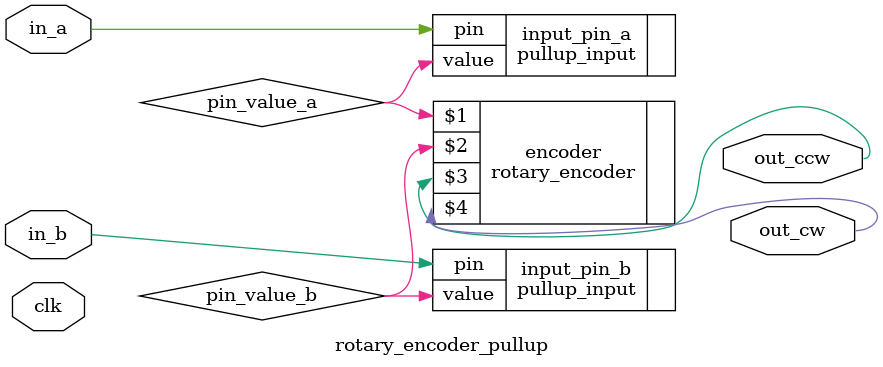
<source format=v>
/*
This file is part of verilog-buildingblocks,
by David R. Piegdon <dgit@piegdon.de>

verilog-buildingblocks is free software: you can redistribute it and/or modify
it under the terms of the GNU General Public License as published by
the Free Software Foundation, either version 3 of the License, or
(at your option) any later version.

verilog-buildingblocks is distributed in the hope that it will be useful,
but WITHOUT ANY WARRANTY; without even the implied warranty of
MERCHANTABILITY or FITNESS FOR A PARTICULAR PURPOSE.  See the
GNU General Public License for more details.

You should have received a copy of the GNU General Public License
along with verilog-buildingblocks.  If not, see <https://www.gnu.org/licenses/>.
*/

`default_nettype none

/* Debounced digital rotary encoder. (e.g. EC11)
 *
 * Expects inputs A and B of digital rotary encoder
 * and applies a pullup to these pins,
 * yields a clk-long flag on out_ccw (counter-clockwise)
 * or out_cw (clockwise) to indicate a single rotation step.
 */
module rotary_encoder_pullup(input wire clk, input wire in_a, input wire in_b, output wire out_ccw, output wire out_cw);
	parameter DEBOUNCE_CYCLES = 100;

	wire pin_value_a;
	wire pin_value_b;

	pullup_input input_pin_a(.pin(in_a), .value(pin_value_a));
	pullup_input input_pin_b(.pin(in_b), .value(pin_value_b));

	rotary_encoder #(.DEBOUNCE_CYCLES(DEBOUNCE_CYCLES))
		encoder(pin_value_a, pin_value_b, out_ccw, out_cw);

endmodule


</source>
